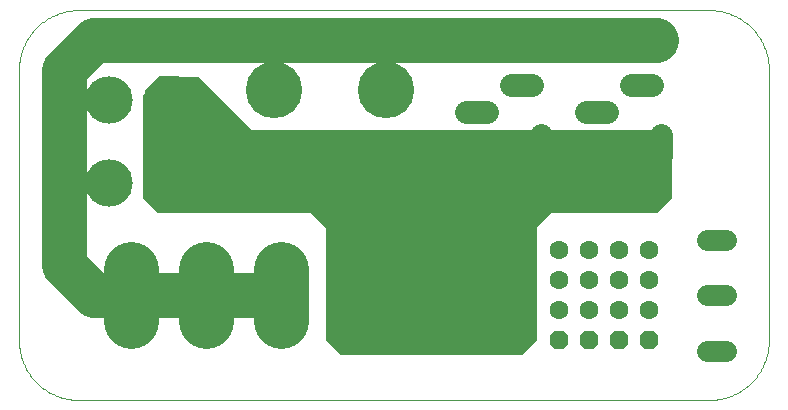
<source format=gbs>
G04 EAGLE Gerber RS-274X export*
G75*
%MOMM*%
%FSLAX34Y34*%
%LPD*%
%INsolder mask bottom*%
%IPPOS*%
%AMOC8*
5,1,8,0,0,1.08239X$1,22.5*%
G01*
%ADD10C,0.025400*%
%ADD11C,3.810000*%
%ADD12P,5.168629X8X112.500000*%
%ADD13C,4.775200*%
%ADD14P,4.343848X8X202.500000*%
%ADD15C,4.013200*%
%ADD16C,1.981200*%
%ADD17C,4.648200*%
%ADD18C,1.600200*%
%ADD19P,1.732040X8X22.500000*%
%ADD20C,1.803200*%

G36*
X425453Y37975D02*
X425453Y37975D01*
X425456Y37974D01*
X425539Y38011D01*
X438239Y50711D01*
X438241Y50714D01*
X438243Y50715D01*
X438276Y50800D01*
X438276Y145998D01*
X450902Y158624D01*
X539750Y158624D01*
X539753Y158625D01*
X539756Y158624D01*
X539839Y158661D01*
X552539Y171361D01*
X552541Y171364D01*
X552543Y171365D01*
X552576Y171450D01*
X552576Y215900D01*
X552575Y215903D01*
X552576Y215906D01*
X552539Y215989D01*
X539839Y228689D01*
X539836Y228691D01*
X539835Y228693D01*
X539750Y228726D01*
X196902Y228726D01*
X152489Y273139D01*
X152486Y273141D01*
X152485Y273143D01*
X152400Y273176D01*
X120650Y273176D01*
X120647Y273175D01*
X120644Y273176D01*
X120561Y273139D01*
X105321Y257899D01*
X105320Y257896D01*
X105317Y257895D01*
X105284Y257810D01*
X105284Y171450D01*
X105285Y171447D01*
X105284Y171444D01*
X105321Y171361D01*
X118021Y158661D01*
X118024Y158660D01*
X118025Y158657D01*
X118110Y158624D01*
X247598Y158624D01*
X260224Y145998D01*
X260224Y50800D01*
X260225Y50797D01*
X260224Y50794D01*
X260261Y50711D01*
X272961Y38011D01*
X272964Y38010D01*
X272965Y38007D01*
X273050Y37974D01*
X425450Y37974D01*
X425453Y37975D01*
G37*
D10*
X635000Y50800D02*
X635000Y279400D01*
X634985Y280628D01*
X634941Y281854D01*
X634867Y283080D01*
X634763Y284303D01*
X634630Y285523D01*
X634467Y286740D01*
X634275Y287953D01*
X634054Y289160D01*
X633803Y290362D01*
X633524Y291557D01*
X633216Y292746D01*
X632879Y293926D01*
X632514Y295098D01*
X632120Y296261D01*
X631699Y297414D01*
X631250Y298556D01*
X630773Y299688D01*
X630269Y300807D01*
X629738Y301914D01*
X629181Y303008D01*
X628598Y304088D01*
X627988Y305154D01*
X627353Y306204D01*
X626693Y307239D01*
X626008Y308258D01*
X625298Y309259D01*
X624565Y310244D01*
X623807Y311210D01*
X623027Y312158D01*
X622224Y313087D01*
X621399Y313996D01*
X620552Y314884D01*
X619684Y315752D01*
X618796Y316599D01*
X617887Y317424D01*
X616958Y318227D01*
X616010Y319007D01*
X615044Y319765D01*
X614059Y320498D01*
X613058Y321208D01*
X612039Y321893D01*
X611004Y322553D01*
X609954Y323188D01*
X608888Y323798D01*
X607808Y324381D01*
X606714Y324938D01*
X605607Y325469D01*
X604488Y325973D01*
X603356Y326450D01*
X602214Y326899D01*
X601061Y327320D01*
X599898Y327714D01*
X598726Y328079D01*
X597546Y328416D01*
X596357Y328724D01*
X595162Y329003D01*
X593960Y329254D01*
X592753Y329475D01*
X591540Y329667D01*
X590323Y329830D01*
X589103Y329963D01*
X587880Y330067D01*
X586654Y330141D01*
X585428Y330185D01*
X584200Y330200D01*
X50800Y330200D01*
X49572Y330185D01*
X48346Y330141D01*
X47120Y330067D01*
X45897Y329963D01*
X44677Y329830D01*
X43460Y329667D01*
X42247Y329475D01*
X41040Y329254D01*
X39838Y329003D01*
X38643Y328724D01*
X37454Y328416D01*
X36274Y328079D01*
X35102Y327714D01*
X33939Y327320D01*
X32786Y326899D01*
X31644Y326450D01*
X30512Y325973D01*
X29393Y325469D01*
X28286Y324938D01*
X27192Y324381D01*
X26112Y323798D01*
X25046Y323188D01*
X23996Y322553D01*
X22961Y321893D01*
X21942Y321208D01*
X20941Y320498D01*
X19956Y319765D01*
X18990Y319007D01*
X18042Y318227D01*
X17113Y317424D01*
X16204Y316599D01*
X15316Y315752D01*
X14448Y314884D01*
X13601Y313996D01*
X12776Y313087D01*
X11973Y312158D01*
X11193Y311210D01*
X10435Y310244D01*
X9702Y309259D01*
X8992Y308258D01*
X8307Y307239D01*
X7647Y306204D01*
X7012Y305154D01*
X6402Y304088D01*
X5819Y303008D01*
X5262Y301914D01*
X4731Y300807D01*
X4227Y299688D01*
X3750Y298556D01*
X3301Y297414D01*
X2880Y296261D01*
X2486Y295098D01*
X2121Y293926D01*
X1784Y292746D01*
X1476Y291557D01*
X1197Y290362D01*
X946Y289160D01*
X725Y287953D01*
X533Y286740D01*
X370Y285523D01*
X237Y284303D01*
X133Y283080D01*
X59Y281854D01*
X15Y280628D01*
X0Y279400D01*
X0Y50800D01*
X15Y49572D01*
X59Y48346D01*
X133Y47120D01*
X237Y45897D01*
X370Y44677D01*
X533Y43460D01*
X725Y42247D01*
X946Y41040D01*
X1197Y39838D01*
X1476Y38643D01*
X1784Y37454D01*
X2121Y36274D01*
X2486Y35102D01*
X2880Y33939D01*
X3301Y32786D01*
X3750Y31644D01*
X4227Y30512D01*
X4731Y29393D01*
X5262Y28286D01*
X5819Y27192D01*
X6402Y26112D01*
X7012Y25046D01*
X7647Y23996D01*
X8307Y22961D01*
X8992Y21942D01*
X9702Y20941D01*
X10435Y19956D01*
X11193Y18990D01*
X11973Y18042D01*
X12776Y17113D01*
X13601Y16204D01*
X14448Y15316D01*
X15316Y14448D01*
X16204Y13601D01*
X17113Y12776D01*
X18042Y11973D01*
X18990Y11193D01*
X19956Y10435D01*
X20941Y9702D01*
X21942Y8992D01*
X22961Y8307D01*
X23996Y7647D01*
X25046Y7012D01*
X26112Y6402D01*
X27192Y5819D01*
X28286Y5262D01*
X29393Y4731D01*
X30512Y4227D01*
X31644Y3750D01*
X32786Y3301D01*
X33939Y2880D01*
X35102Y2486D01*
X36274Y2121D01*
X37454Y1784D01*
X38643Y1476D01*
X39838Y1197D01*
X41040Y946D01*
X42247Y725D01*
X43460Y533D01*
X44677Y370D01*
X45897Y237D01*
X47120Y133D01*
X48346Y59D01*
X49572Y15D01*
X50800Y0D01*
X584200Y0D01*
X585428Y15D01*
X586654Y59D01*
X587880Y133D01*
X589103Y237D01*
X590323Y370D01*
X591540Y533D01*
X592753Y725D01*
X593960Y946D01*
X595162Y1197D01*
X596357Y1476D01*
X597546Y1784D01*
X598726Y2121D01*
X599898Y2486D01*
X601061Y2880D01*
X602214Y3301D01*
X603356Y3750D01*
X604488Y4227D01*
X605607Y4731D01*
X606714Y5262D01*
X607808Y5819D01*
X608888Y6402D01*
X609954Y7012D01*
X611004Y7647D01*
X612039Y8307D01*
X613058Y8992D01*
X614059Y9702D01*
X615044Y10435D01*
X616010Y11193D01*
X616958Y11973D01*
X617887Y12776D01*
X618796Y13601D01*
X619684Y14448D01*
X620552Y15316D01*
X621399Y16204D01*
X622224Y17113D01*
X623027Y18042D01*
X623807Y18990D01*
X624565Y19956D01*
X625298Y20941D01*
X626008Y21942D01*
X626693Y22961D01*
X627353Y23996D01*
X627988Y25046D01*
X628598Y26112D01*
X629181Y27192D01*
X629738Y28286D01*
X630269Y29393D01*
X630773Y30512D01*
X631250Y31644D01*
X631699Y32786D01*
X632120Y33939D01*
X632514Y35102D01*
X632879Y36274D01*
X633216Y37454D01*
X633524Y38643D01*
X633803Y39838D01*
X634054Y41040D01*
X634275Y42247D01*
X634467Y43460D01*
X634630Y44677D01*
X634763Y45897D01*
X634867Y47120D01*
X634941Y48346D01*
X634985Y49572D01*
X635000Y50800D01*
D11*
X222250Y88900D02*
X63500Y88900D01*
X38100Y114300D01*
X38100Y279400D01*
X63500Y304800D01*
X539750Y304800D01*
D12*
X215900Y194310D03*
D13*
X215900Y262890D03*
D12*
X311150Y194310D03*
D13*
X311150Y262890D03*
D14*
X127000Y184150D03*
D15*
X76200Y184150D03*
D14*
X127000Y254000D03*
D15*
X76200Y254000D03*
D16*
X378460Y243840D02*
X396240Y243840D01*
X441960Y224790D02*
X441960Y207010D01*
X434340Y266700D02*
X416560Y266700D01*
X480060Y243840D02*
X497840Y243840D01*
X543560Y224790D02*
X543560Y207010D01*
X535940Y266700D02*
X518160Y266700D01*
D17*
X95250Y111125D02*
X95250Y66675D01*
X158750Y66675D02*
X158750Y111125D01*
X222250Y111125D02*
X222250Y66675D01*
X285750Y66675D02*
X285750Y111125D01*
X349250Y111125D02*
X349250Y66675D01*
X412750Y66675D02*
X412750Y111125D01*
D18*
X457200Y127000D03*
X482600Y127000D03*
X508000Y127000D03*
X533400Y127000D03*
X457200Y101600D03*
X482600Y101600D03*
X508000Y101600D03*
X533400Y101600D03*
X457200Y76200D03*
X482600Y76200D03*
X508000Y76200D03*
X533400Y76200D03*
D19*
X457200Y50800D03*
X482600Y50800D03*
X508000Y50800D03*
X533400Y50800D03*
D20*
X582550Y88900D02*
X598550Y88900D01*
X598550Y135900D02*
X582550Y135900D01*
X582550Y41900D02*
X598550Y41900D01*
M02*

</source>
